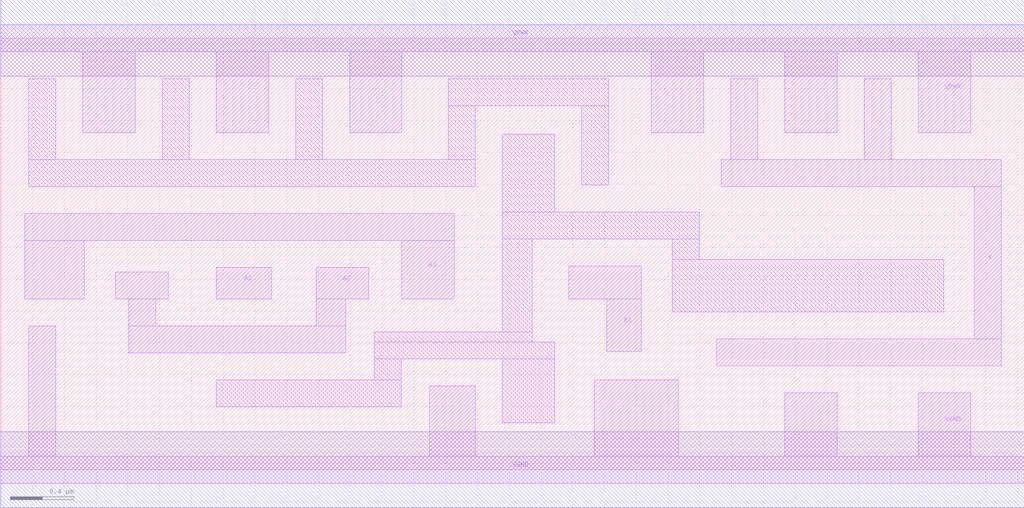
<source format=lef>
# Copyright 2020 The SkyWater PDK Authors
#
# Licensed under the Apache License, Version 2.0 (the "License");
# you may not use this file except in compliance with the License.
# You may obtain a copy of the License at
#
#     https://www.apache.org/licenses/LICENSE-2.0
#
# Unless required by applicable law or agreed to in writing, software
# distributed under the License is distributed on an "AS IS" BASIS,
# WITHOUT WARRANTIES OR CONDITIONS OF ANY KIND, either express or implied.
# See the License for the specific language governing permissions and
# limitations under the License.
#
# SPDX-License-Identifier: Apache-2.0

VERSION 5.5 ;
NAMESCASESENSITIVE ON ;
BUSBITCHARS "[]" ;
DIVIDERCHAR "/" ;
MACRO sky130_fd_sc_hd__a31o_4
  CLASS CORE ;
  SOURCE USER ;
  ORIGIN  0.000000  0.000000 ;
  SIZE  6.440000 BY  2.720000 ;
  SYMMETRY X Y R90 ;
  SITE unithd ;
  PIN A1
    ANTENNAGATEAREA  0.495000 ;
    DIRECTION INPUT ;
    USE SIGNAL ;
    PORT
      LAYER li1 ;
        RECT 1.355000 1.075000 1.705000 1.275000 ;
    END
  END A1
  PIN A2
    ANTENNAGATEAREA  0.495000 ;
    DIRECTION INPUT ;
    USE SIGNAL ;
    PORT
      LAYER li1 ;
        RECT 0.725000 1.075000 1.055000 1.245000 ;
        RECT 0.805000 0.735000 2.170000 0.905000 ;
        RECT 0.805000 0.905000 0.975000 1.075000 ;
        RECT 1.985000 0.905000 2.170000 1.075000 ;
        RECT 1.985000 1.075000 2.315000 1.275000 ;
    END
  END A2
  PIN A3
    ANTENNAGATEAREA  0.495000 ;
    DIRECTION INPUT ;
    USE SIGNAL ;
    PORT
      LAYER li1 ;
        RECT 0.150000 1.075000 0.525000 1.445000 ;
        RECT 0.150000 1.445000 2.855000 1.615000 ;
        RECT 2.525000 1.075000 2.855000 1.445000 ;
    END
  END A3
  PIN B1
    ANTENNAGATEAREA  0.495000 ;
    DIRECTION INPUT ;
    USE SIGNAL ;
    PORT
      LAYER li1 ;
        RECT 3.575000 1.075000 4.030000 1.285000 ;
        RECT 3.815000 0.745000 4.030000 1.075000 ;
    END
  END B1
  PIN X
    ANTENNADIFFAREA  0.891000 ;
    DIRECTION OUTPUT ;
    USE SIGNAL ;
    PORT
      LAYER li1 ;
        RECT 4.505000 0.655000 6.295000 0.825000 ;
        RECT 4.535000 1.785000 6.295000 1.955000 ;
        RECT 4.595000 1.955000 4.765000 2.465000 ;
        RECT 5.435000 1.955000 5.605000 2.465000 ;
        RECT 6.125000 0.825000 6.295000 1.785000 ;
    END
  END X
  PIN VGND
    DIRECTION INOUT ;
    SHAPE ABUTMENT ;
    USE GROUND ;
    PORT
      LAYER li1 ;
        RECT 0.000000 -0.085000 6.440000 0.085000 ;
        RECT 0.175000  0.085000 0.345000 0.905000 ;
        RECT 2.700000  0.085000 2.985000 0.530000 ;
        RECT 3.735000  0.085000 4.265000 0.565000 ;
        RECT 4.935000  0.085000 5.265000 0.485000 ;
        RECT 5.775000  0.085000 6.105000 0.485000 ;
    END
    PORT
      LAYER met1 ;
        RECT 0.000000 -0.240000 6.440000 0.240000 ;
    END
  END VGND
  PIN VPWR
    DIRECTION INOUT ;
    SHAPE ABUTMENT ;
    USE POWER ;
    PORT
      LAYER li1 ;
        RECT 0.000000 2.635000 6.440000 2.805000 ;
        RECT 0.515000 2.125000 0.845000 2.635000 ;
        RECT 1.355000 2.125000 1.685000 2.635000 ;
        RECT 2.195000 2.125000 2.525000 2.635000 ;
        RECT 4.095000 2.125000 4.425000 2.635000 ;
        RECT 4.935000 2.125000 5.265000 2.635000 ;
        RECT 5.775000 2.125000 6.105000 2.635000 ;
    END
    PORT
      LAYER met1 ;
        RECT 0.000000 2.480000 6.440000 2.960000 ;
    END
  END VPWR
  OBS
    LAYER li1 ;
      RECT 0.175000 1.785000 2.985000 1.955000 ;
      RECT 0.175000 1.955000 0.345000 2.465000 ;
      RECT 1.015000 1.955000 1.185000 2.465000 ;
      RECT 1.355000 0.395000 2.520000 0.565000 ;
      RECT 1.855000 1.955000 2.025000 2.465000 ;
      RECT 2.350000 0.565000 2.520000 0.700000 ;
      RECT 2.350000 0.700000 3.485000 0.805000 ;
      RECT 2.350000 0.805000 3.345000 0.870000 ;
      RECT 2.815000 1.955000 2.985000 2.295000 ;
      RECT 2.815000 2.295000 3.825000 2.465000 ;
      RECT 3.155000 0.295000 3.485000 0.700000 ;
      RECT 3.155000 0.870000 3.345000 1.455000 ;
      RECT 3.155000 1.455000 4.395000 1.625000 ;
      RECT 3.155000 1.625000 3.485000 2.115000 ;
      RECT 3.655000 1.795000 3.825000 2.295000 ;
      RECT 4.225000 0.995000 5.935000 1.325000 ;
      RECT 4.225000 1.325000 4.395000 1.455000 ;
  END
END sky130_fd_sc_hd__a31o_4
END LIBRARY

</source>
